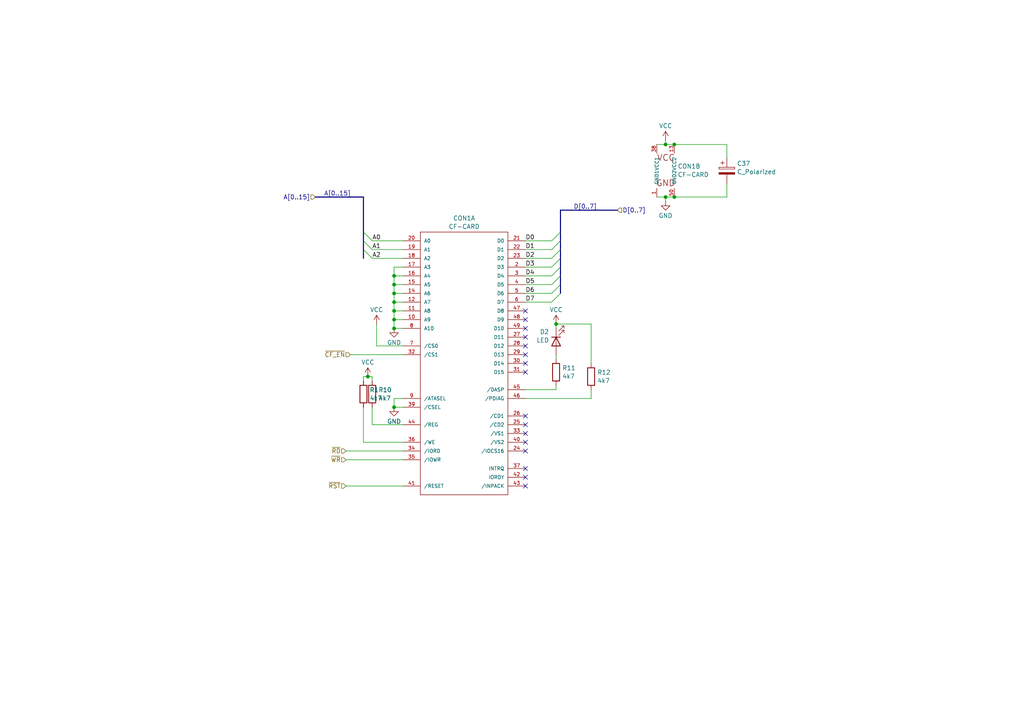
<source format=kicad_sch>
(kicad_sch (version 20231120) (generator "eeschema") (generator_version "8.0")
  (paper "A4")
  (lib_symbols
    (symbol "Device:C_Polarized" (pin_numbers hide) (pin_names (offset 0.254))
      (property "Reference" "C" (at 0.635 2.54 0))
      (property "Value" "C_Polarized" (at 0.635 -2.54 0))
      (symbol "C_Polarized_0_1"
        (rectangle (start -2.286 0.508) (end 2.286 1.016))
        (polyline (pts (xy -1.778 2.286) (xy -0.762 2.286)))
        (polyline (pts (xy -1.27 2.794) (xy -1.27 1.778)))
        (rectangle (start 2.286 -0.508) (end -2.286 -1.016) (fill (type outline)))
      )
      (symbol "C_Polarized_1_1"
        (pin passive line (at 0 3.81 270) (length 2.794) (name "~") (number "1"))
        (pin passive line (at 0 -3.81 90) (length 2.794) (name "~") (number "2"))
      )
    )
    (symbol "Device:LED" (pin_numbers hide) (pin_names (offset 1.016) hide)
      (property "Reference" "D" (at 0 2.54 0))
      (property "Value" "LED" (at 0 -2.54 0))
      (symbol "LED_0_1"
        (polyline (pts (xy -1.27 -1.27) (xy -1.27 1.27)) (stroke (width 0.254)))
        (polyline (pts (xy -1.27 0) (xy 1.27 0)))
        (polyline (pts (xy 1.27 -1.27) (xy 1.27 1.27) (xy -1.27 0) (xy 1.27 -1.27)) (stroke (width 0.254)))
        (polyline (pts (xy -3.048 -0.762) (xy -4.572 -2.286) (xy -3.81 -2.286) (xy -4.572 -2.286) (xy -4.572 -1.524)))
        (polyline (pts (xy -1.778 -0.762) (xy -3.302 -2.286) (xy -2.54 -2.286) (xy -3.302 -2.286) (xy -3.302 -1.524)))
      )
      (symbol "LED_1_1"
        (pin passive line (at -3.81 0 0) (length 2.54) (name "K") (number "1"))
        (pin passive line (at 3.81 0 180) (length 2.54) (name "A") (number "2"))
      )
    )
    (symbol "Device:R" (pin_numbers hide) (pin_names (offset 0))
      (property "Reference" "R" (at 2.032 0 90))
      (property "Value" "R" (at 0 0 90))
      (symbol "R_0_1"
        (rectangle (start -1.016 -2.54) (end 1.016 2.54) (stroke (width 0.254)))
      )
      (symbol "R_1_1"
        (pin passive line (at 0 3.81 270) (length 1.27) (name "~") (number "1"))
        (pin passive line (at 0 -3.81 90) (length 1.27) (name "~") (number "2"))
      )
    )
    (symbol "motherboard:CF-CARD" (pin_names (offset 1.016))
      (property "Reference" "CON" (at -12.7 39.37 0))
      (property "Value" "CF-CARD" (at -12.7 -40.64 0))
      (symbol "CF-CARD_1_0"
        (polyline (pts (xy -12.7 -38.1) (xy 12.7 -38.1)))
        (polyline (pts (xy -12.7 38.1) (xy -12.7 -38.1)))
        (polyline (pts (xy 12.7 -38.1) (xy 12.7 38.1)))
        (polyline (pts (xy 12.7 38.1) (xy -12.7 38.1)))
      )
      (symbol "CF-CARD_1_1"
        (pin input line (at -17.78 12.7 0) (length 5.08) (name "A9") (number "10"))
        (pin input line (at -17.78 15.24 0) (length 5.08) (name "A8") (number "11"))
        (pin input line (at -17.78 17.78 0) (length 5.08) (name "A7") (number "12"))
        (pin input line (at -17.78 20.32 0) (length 5.08) (name "A6") (number "14"))
        (pin input line (at -17.78 22.86 0) (length 5.08) (name "A5") (number "15"))
        (pin input line (at -17.78 25.4 0) (length 5.08) (name "A4") (number "16"))
        (pin input line (at -17.78 27.94 0) (length 5.08) (name "A3") (number "17"))
        (pin input line (at -17.78 30.48 0) (length 5.08) (name "A2") (number "18"))
        (pin input line (at -17.78 33.02 0) (length 5.08) (name "A1") (number "19"))
        (pin bidirectional line (at 17.78 27.94 180) (length 5.08) (name "D3") (number "2"))
        (pin input line (at -17.78 35.56 0) (length 5.08) (name "A0") (number "20"))
        (pin bidirectional line (at 17.78 35.56 180) (length 5.08) (name "D0") (number "21"))
        (pin bidirectional line (at 17.78 33.02 180) (length 5.08) (name "D1") (number "22"))
        (pin bidirectional line (at 17.78 30.48 180) (length 5.08) (name "D2") (number "23"))
        (pin output line (at 17.78 -25.4 180) (length 5.08) (name "/IOCS16") (number "24"))
        (pin output line (at 17.78 -17.78 180) (length 5.08) (name "/CD2") (number "25"))
        (pin output line (at 17.78 -15.24 180) (length 5.08) (name "/CD1") (number "26"))
        (pin bidirectional line (at 17.78 7.62 180) (length 5.08) (name "D11") (number "27"))
        (pin bidirectional line (at 17.78 5.08 180) (length 5.08) (name "D12") (number "28"))
        (pin bidirectional line (at 17.78 2.54 180) (length 5.08) (name "D13") (number "29"))
        (pin bidirectional line (at 17.78 25.4 180) (length 5.08) (name "D4") (number "3"))
        (pin bidirectional line (at 17.78 0 180) (length 5.08) (name "D14") (number "30"))
        (pin bidirectional line (at 17.78 -2.54 180) (length 5.08) (name "D15") (number "31"))
        (pin input line (at -17.78 2.54 0) (length 5.08) (name "/CS1") (number "32"))
        (pin output line (at 17.78 -20.32 180) (length 5.08) (name "/VS1") (number "33"))
        (pin input line (at -17.78 -25.4 0) (length 5.08) (name "/IORD") (number "34"))
        (pin input line (at -17.78 -27.94 0) (length 5.08) (name "/IOWR") (number "35"))
        (pin input line (at -17.78 -22.86 0) (length 5.08) (name "/WE") (number "36"))
        (pin output line (at 17.78 -30.48 180) (length 5.08) (name "INTRQ") (number "37"))
        (pin input line (at -17.78 -12.7 0) (length 5.08) (name "/CSEL") (number "39"))
        (pin bidirectional line (at 17.78 22.86 180) (length 5.08) (name "D5") (number "4"))
        (pin output line (at 17.78 -22.86 180) (length 5.08) (name "/VS2") (number "40"))
        (pin input line (at -17.78 -35.56 0) (length 5.08) (name "/RESET") (number "41"))
        (pin output line (at 17.78 -33.02 180) (length 5.08) (name "IORDY") (number "42"))
        (pin output line (at 17.78 -35.56 180) (length 5.08) (name "/INPACK") (number "43"))
        (pin input line (at -17.78 -17.78 0) (length 5.08) (name "/REG") (number "44"))
        (pin bidirectional line (at 17.78 -7.62 180) (length 5.08) (name "/DASP") (number "45"))
        (pin bidirectional line (at 17.78 -10.16 180) (length 5.08) (name "/PDIAG") (number "46"))
        (pin bidirectional line (at 17.78 15.24 180) (length 5.08) (name "D8") (number "47"))
        (pin bidirectional line (at 17.78 12.7 180) (length 5.08) (name "D9") (number "48"))
        (pin bidirectional line (at 17.78 10.16 180) (length 5.08) (name "D10") (number "49"))
        (pin bidirectional line (at 17.78 20.32 180) (length 5.08) (name "D6") (number "5"))
        (pin bidirectional line (at 17.78 17.78 180) (length 5.08) (name "D7") (number "6"))
        (pin input line (at -17.78 5.08 0) (length 5.08) (name "/CS0") (number "7"))
        (pin input line (at -17.78 10.16 0) (length 5.08) (name "A10") (number "8"))
        (pin input line (at -17.78 -10.16 0) (length 5.08) (name "/ATASEL") (number "9"))
      )
      (symbol "CF-CARD_2_0"
        (text "GND" (at 0 -3.556 0) (effects (font (size 1.778 1.778))))
        (text "VCC" (at 0.127 3.81 0) (effects (font (size 1.778 1.778))))
      )
      (symbol "CF-CARD_2_1"
        (pin power_in line (at -2.54 -7.62 90) (length 2.54) (name "GND1") (number "1"))
        (pin power_in line (at 2.54 7.62 270) (length 2.54) (name "VCC2") (number "13"))
        (pin power_in line (at -2.54 7.62 270) (length 2.54) (name "VCC1") (number "38"))
        (pin power_in line (at 2.54 -7.62 90) (length 2.54) (name "GND2") (number "50"))
      )
    )
    (symbol "power:GND" (power) (pin_numbers hide) (pin_names (offset 0) hide)
      (property "Value" "GND" (at 0 -3.81 0))
      (symbol "GND_0_1"
        (polyline (pts (xy 0 0) (xy 0 -1.27) (xy 1.27 -1.27) (xy 0 -2.54) (xy -1.27 -1.27) (xy 0 -1.27)))
      )
      (symbol "GND_1_1"
        (pin power_in line (at 0 0 270) (length 0) (name "~") (number "1"))
      )
    )
    (symbol "power:VCC" (power) (pin_numbers hide) (pin_names (offset 0) hide)
      (property "Value" "VCC" (at 0 3.556 0))
      (symbol "VCC_0_1"
        (polyline (pts (xy -0.762 1.27) (xy 0 2.54)))
        (polyline (pts (xy 0 0) (xy 0 2.54)))
        (polyline (pts (xy 0 2.54) (xy 0.762 1.27)))
      )
      (symbol "VCC_1_1"
        (pin power_in line (at 0 0 90) (length 0) (name "~") (number "1"))
      )
    )
  )
  (junction (at 106.68 109.22))
  (junction (at 114.3 95.25))
  (junction (at 195.58 41.91))
  (junction (at 193.04 41.91))
  (junction (at 161.29 93.98))
  (junction (at 114.3 87.63))
  (junction (at 114.3 118.11))
  (junction (at 114.3 85.09))
  (junction (at 195.58 57.15))
  (junction (at 193.04 57.15))
  (junction (at 114.3 80.01))
  (junction (at 114.3 92.71))
  (junction (at 114.3 82.55))
  (junction (at 114.3 90.17))
  (no_connect (at 152.4 90.17))
  (no_connect (at 152.4 95.25))
  (no_connect (at 152.4 97.79))
  (no_connect (at 152.4 130.81))
  (no_connect (at 152.4 123.19))
  (no_connect (at 152.4 105.41))
  (no_connect (at 152.4 107.95))
  (no_connect (at 152.4 102.87))
  (no_connect (at 152.4 120.65))
  (no_connect (at 152.4 92.71))
  (no_connect (at 152.4 128.27))
  (no_connect (at 152.4 135.89))
  (no_connect (at 152.4 100.33))
  (no_connect (at 152.4 138.43))
  (no_connect (at 152.4 140.97))
  (no_connect (at 152.4 125.73))
  (bus_entry (at 162.56 77.47) (size -2.54 2.54))
  (bus_entry (at 105.41 72.39) (size 2.54 2.54))
  (bus_entry (at 162.56 74.93) (size -2.54 2.54))
  (bus_entry (at 162.56 85.09) (size -2.54 2.54))
  (bus_entry (at 162.56 80.01) (size -2.54 2.54))
  (bus_entry (at 105.41 69.85) (size 2.54 2.54))
  (bus_entry (at 162.56 82.55) (size -2.54 2.54))
  (bus_entry (at 105.41 67.31) (size 2.54 2.54))
  (bus_entry (at 162.56 72.39) (size -2.54 2.54))
  (bus_entry (at 162.56 69.85) (size -2.54 2.54))
  (bus_entry (at 162.56 67.31) (size -2.54 2.54))
  (wire (pts (xy 114.3 82.55) (xy 116.84 82.55)))
  (wire (pts (xy 114.3 82.55) (xy 114.3 85.09)))
  (wire (pts (xy 100.33 133.35) (xy 116.84 133.35)))
  (wire (pts (xy 114.3 90.17) (xy 114.3 92.71)))
  (wire (pts (xy 195.58 41.91) (xy 210.82 41.91)))
  (bus (pts (xy 105.41 74.93) (xy 105.41 72.39)))
  (wire (pts (xy 152.4 115.57) (xy 171.45 115.57)))
  (wire (pts (xy 116.84 123.19) (xy 107.95 123.19)))
  (wire (pts (xy 107.95 74.93) (xy 116.84 74.93)))
  (wire (pts (xy 114.3 92.71) (xy 114.3 95.25)))
  (bus (pts (xy 91.44 57.15) (xy 105.41 57.15)))
  (wire (pts (xy 114.3 77.47) (xy 114.3 80.01)))
  (wire (pts (xy 107.95 109.22) (xy 107.95 110.49)))
  (wire (pts (xy 116.84 77.47) (xy 114.3 77.47)))
  (wire (pts (xy 114.3 95.25) (xy 116.84 95.25)))
  (wire (pts (xy 161.29 93.98) (xy 161.29 95.25)))
  (wire (pts (xy 193.04 58.42) (xy 193.04 57.15)))
  (wire (pts (xy 152.4 87.63) (xy 160.02 87.63)))
  (wire (pts (xy 114.3 92.71) (xy 116.84 92.71)))
  (wire (pts (xy 114.3 90.17) (xy 116.84 90.17)))
  (bus (pts (xy 162.56 82.55) (xy 162.56 80.01)))
  (bus (pts (xy 162.56 85.09) (xy 162.56 82.55)))
  (wire (pts (xy 100.33 130.81) (xy 116.84 130.81)))
  (bus (pts (xy 105.41 72.39) (xy 105.41 69.85)))
  (bus (pts (xy 105.41 67.31) (xy 105.41 57.15)))
  (wire (pts (xy 114.3 80.01) (xy 116.84 80.01)))
  (bus (pts (xy 162.56 67.31) (xy 162.56 60.96)))
  (wire (pts (xy 195.58 57.15) (xy 210.82 57.15)))
  (bus (pts (xy 162.56 72.39) (xy 162.56 69.85)))
  (wire (pts (xy 105.41 109.22) (xy 106.68 109.22)))
  (wire (pts (xy 101.6 102.87) (xy 116.84 102.87)))
  (wire (pts (xy 107.95 118.11) (xy 107.95 123.19)))
  (wire (pts (xy 190.5 57.15) (xy 193.04 57.15)))
  (wire (pts (xy 161.29 111.76) (xy 161.29 113.03)))
  (wire (pts (xy 152.4 74.93) (xy 160.02 74.93)))
  (wire (pts (xy 116.84 115.57) (xy 114.3 115.57)))
  (wire (pts (xy 193.04 41.91) (xy 195.58 41.91)))
  (wire (pts (xy 152.4 82.55) (xy 160.02 82.55)))
  (bus (pts (xy 162.56 69.85) (xy 162.56 67.31)))
  (wire (pts (xy 152.4 77.47) (xy 160.02 77.47)))
  (wire (pts (xy 171.45 113.03) (xy 171.45 115.57)))
  (wire (pts (xy 210.82 57.15) (xy 210.82 53.34)))
  (wire (pts (xy 114.3 87.63) (xy 114.3 90.17)))
  (wire (pts (xy 152.4 85.09) (xy 160.02 85.09)))
  (wire (pts (xy 152.4 80.01) (xy 160.02 80.01)))
  (bus (pts (xy 162.56 77.47) (xy 162.56 74.93)))
  (wire (pts (xy 114.3 80.01) (xy 114.3 82.55)))
  (bus (pts (xy 162.56 60.96) (xy 179.07 60.96)))
  (bus (pts (xy 162.56 74.93) (xy 162.56 72.39)))
  (wire (pts (xy 107.95 69.85) (xy 116.84 69.85)))
  (wire (pts (xy 116.84 128.27) (xy 105.41 128.27)))
  (wire (pts (xy 114.3 85.09) (xy 116.84 85.09)))
  (wire (pts (xy 210.82 41.91) (xy 210.82 45.72)))
  (wire (pts (xy 114.3 85.09) (xy 114.3 87.63)))
  (wire (pts (xy 152.4 72.39) (xy 160.02 72.39)))
  (wire (pts (xy 161.29 102.87) (xy 161.29 104.14)))
  (wire (pts (xy 193.04 40.64) (xy 193.04 41.91)))
  (wire (pts (xy 109.22 93.98) (xy 109.22 100.33)))
  (wire (pts (xy 105.41 110.49) (xy 105.41 109.22)))
  (wire (pts (xy 193.04 57.15) (xy 195.58 57.15)))
  (wire (pts (xy 100.33 140.97) (xy 116.84 140.97)))
  (wire (pts (xy 105.41 118.11) (xy 105.41 128.27)))
  (bus (pts (xy 105.41 69.85) (xy 105.41 67.31)))
  (wire (pts (xy 114.3 87.63) (xy 116.84 87.63)))
  (wire (pts (xy 106.68 109.22) (xy 107.95 109.22)))
  (wire (pts (xy 152.4 69.85) (xy 160.02 69.85)))
  (wire (pts (xy 116.84 100.33) (xy 109.22 100.33)))
  (wire (pts (xy 171.45 105.41) (xy 171.45 93.98)))
  (wire (pts (xy 152.4 113.03) (xy 161.29 113.03)))
  (wire (pts (xy 193.04 41.91) (xy 190.5 41.91)))
  (wire (pts (xy 171.45 93.98) (xy 161.29 93.98)))
  (wire (pts (xy 114.3 115.57) (xy 114.3 118.11)))
  (bus (pts (xy 162.56 80.01) (xy 162.56 77.47)))
  (wire (pts (xy 107.95 72.39) (xy 116.84 72.39)))
  (wire (pts (xy 114.3 118.11) (xy 116.84 118.11)))
  (label "A[0..15]" (at 93.98 57.15 0))
  (label "D2" (at 152.4 74.93 0))
  (label "D6" (at 152.4 85.09 0))
  (label "A2" (at 107.95 74.93 0))
  (label "D5" (at 152.4 82.55 0))
  (label "D7" (at 152.4 87.63 0))
  (label "D[0..7]" (at 166.37 60.96 0))
  (label "D1" (at 152.4 72.39 0))
  (label "A1" (at 107.95 72.39 0))
  (label "D0" (at 152.4 69.85 0))
  (label "A0" (at 107.95 69.85 0))
  (label "D3" (at 152.4 77.47 0))
  (label "D4" (at 152.4 80.01 0))
  (hierarchical_label "D[0..7]" (shape input) (at 179.07 60.96 0))
  (hierarchical_label "~{RST}" (shape input) (at 100.33 140.97 180))
  (hierarchical_label "A[0..15]" (shape input) (at 91.44 57.15 180))
  (hierarchical_label "~{WR}" (shape input) (at 100.33 133.35 180))
  (hierarchical_label "~{CF_EN}" (shape input) (at 101.6 102.87 180))
  (hierarchical_label "~{RD}" (shape input) (at 100.33 130.81 180))
  (symbol (lib_id "power:GND") (at 114.3 118.11 0) (unit 1)
    (property "Reference" "#PWR0112" (effects (hide yes)))
    (property "Value" "GND" (at 114.3 122.2431 0))
    (property "Description" "Power symbol creates a global label with name \"GND\" , ground" (effects (hide yes)))
  )
  (symbol (lib_id "Device:R") (at 171.45 109.22 0) (unit 1)
    (property "Reference" "R12" (at 173.228 108.0078 0) (effects (justify left)))
    (property "Value" "4k7" (at 173.228 110.4321 0) (effects (justify left)))
    (property "Footprint" "Resistor_THT:R_Axial_DIN0204_L3.6mm_D1.6mm_P7.62mm_Horizontal" (effects (hide yes)))
    (property "Description" "Resistor" (effects (hide yes)))
  )
  (symbol (lib_id "power:VCC") (at 161.29 93.98 0) (unit 1)
    (property "Reference" "#PWR0113" (effects (hide yes)))
    (property "Value" "VCC" (at 161.29 89.8469 0))
    (property "Description" "Power symbol creates a global label with name \"VCC\"" (effects (hide yes)))
  )
  (symbol (lib_id "Device:LED") (at 161.29 99.06 90) (mirror x) (unit 1)
    (property "Reference" "D2" (at 159.258 96.2603 90) (effects (justify left)))
    (property "Value" "LED" (at 159.258 98.6846 90) (effects (justify left)))
    (property "Footprint" "LED_THT:LED_D5.0mm_Horizontal_O1.27mm_Z3.0mm_Clear" (effects (hide yes)))
    (property "Description" "Light emitting diode" (effects (hide yes)))
  )
  (symbol (lib_id "power:VCC") (at 193.04 40.64 0) (unit 1)
    (property "Reference" "#PWR0114" (effects (hide yes)))
    (property "Value" "VCC" (at 193.04 36.5069 0))
    (property "Description" "Power symbol creates a global label with name \"VCC\"" (effects (hide yes)))
  )
  (symbol (lib_id "motherboard:CF-CARD") (at 134.62 105.41 0) (unit 1)
    (property "Reference" "CON1" (at 134.62 63.2925 0))
    (property "Value" "CF-CARD" (at 134.62 65.7168 0))
    (property "Footprint" "motherboard:CF-Card_3M_N7E50-7516PK-20-WF" (effects (hide yes)))
  )
  (symbol (lib_id "motherboard:CF-CARD") (at 193.04 49.53 0) (unit 2)
    (property "Reference" "CON1" (at 196.54 48.2376 0) (effects (justify left)))
    (property "Value" "CF-CARD" (at 196.54 50.6619 0) (effects (justify left)))
    (property "Footprint" "motherboard:CF-Card_3M_N7E50-7516PK-20-WF" (effects (hide yes)))
  )
  (symbol (lib_id "Device:C_Polarized") (at 210.82 49.53 0) (unit 1)
    (property "Reference" "C37" (at 213.741 47.4288 0) (effects (justify left)))
    (property "Value" "C_Polarized" (at 213.741 49.8531 0) (effects (justify left)))
    (property "Footprint" "Capacitor_THT:CP_Radial_D4.0mm_P2.00mm" (effects (hide yes)))
    (property "Description" "Polarized capacitor" (effects (hide yes)))
  )
  (symbol (lib_id "power:VCC") (at 109.22 93.98 0) (unit 1)
    (property "Reference" "#PWR0110" (effects (hide yes)))
    (property "Value" "VCC" (at 109.22 89.8469 0))
    (property "Description" "Power symbol creates a global label with name \"VCC\"" (effects (hide yes)))
  )
  (symbol (lib_id "Device:R") (at 161.29 107.95 0) (unit 1)
    (property "Reference" "R11" (at 163.068 106.7378 0) (effects (justify left)))
    (property "Value" "4k7" (at 163.068 109.1621 0) (effects (justify left)))
    (property "Footprint" "Resistor_THT:R_Axial_DIN0204_L3.6mm_D1.6mm_P7.62mm_Horizontal" (effects (hide yes)))
    (property "Description" "Resistor" (effects (hide yes)))
  )
  (symbol (lib_id "Device:R") (at 105.41 114.3 0) (unit 1)
    (property "Reference" "R1" (at 107.188 113.0878 0) (effects (justify left)))
    (property "Value" "4k7" (at 107.188 115.5121 0) (effects (justify left)))
    (property "Footprint" "Resistor_THT:R_Axial_DIN0204_L3.6mm_D1.6mm_P7.62mm_Horizontal" (effects (hide yes)))
    (property "Description" "Resistor" (effects (hide yes)))
  )
  (symbol (lib_id "power:GND") (at 193.04 58.42 0) (unit 1)
    (property "Reference" "#PWR0115" (effects (hide yes)))
    (property "Value" "GND" (at 193.04 62.5531 0))
    (property "Description" "Power symbol creates a global label with name \"GND\" , ground" (effects (hide yes)))
  )
  (symbol (lib_id "power:GND") (at 114.3 95.25 0) (unit 1)
    (property "Reference" "#PWR0111" (effects (hide yes)))
    (property "Value" "GND" (at 114.3 99.3831 0))
    (property "Description" "Power symbol creates a global label with name \"GND\" , ground" (effects (hide yes)))
  )
  (symbol (lib_id "power:VCC") (at 106.68 109.22 0) (unit 1)
    (property "Reference" "#PWR092" (effects (hide yes)))
    (property "Value" "VCC" (at 106.68 105.0869 0))
    (property "Description" "Power symbol creates a global label with name \"VCC\"" (effects (hide yes)))
  )
  (symbol (lib_id "Device:R") (at 107.95 114.3 0) (unit 1)
    (property "Reference" "R10" (at 109.728 113.0878 0) (effects (justify left)))
    (property "Value" "4k7" (at 109.728 115.5121 0) (effects (justify left)))
    (property "Footprint" "Resistor_THT:R_Axial_DIN0204_L3.6mm_D1.6mm_P7.62mm_Horizontal" (effects (hide yes)))
    (property "Description" "Resistor" (effects (hide yes)))
  )
)
</source>
